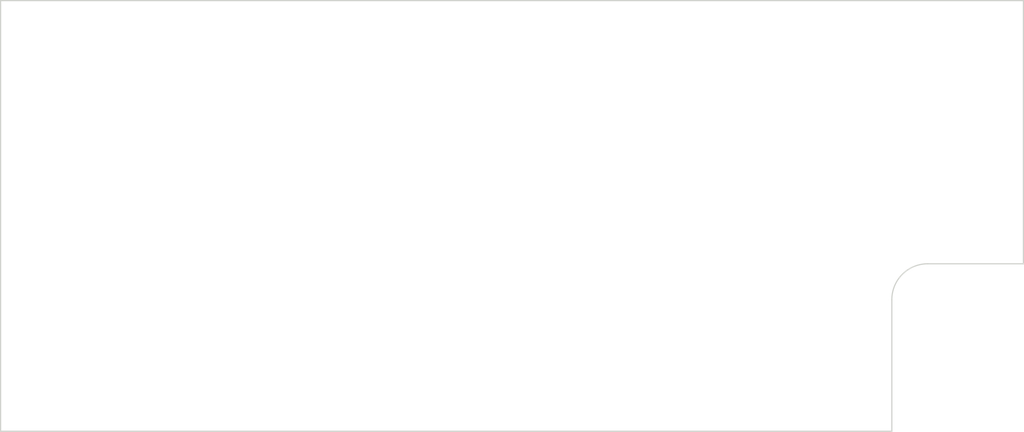
<source format=kicad_pcb>
(kicad_pcb (version 20211014) (generator pcbnew)

  (general
    (thickness 1.6)
  )

  (paper "A5")
  (title_block
    (title "Siedle NG 402-01")
    (date "2022-03-27")
    (rev "1")
    (company "Julian Heinzel")
    (comment 1 "Creative Commons Attribution 4.0 International (or later)")
  )

  (layers
    (0 "F.Cu" signal)
    (31 "B.Cu" signal)
    (32 "B.Adhes" user "B.Adhesive")
    (33 "F.Adhes" user "F.Adhesive")
    (34 "B.Paste" user)
    (35 "F.Paste" user)
    (36 "B.SilkS" user "B.Silkscreen")
    (37 "F.SilkS" user "F.Silkscreen")
    (38 "B.Mask" user)
    (39 "F.Mask" user)
    (40 "Dwgs.User" user "User.Drawings")
    (41 "Cmts.User" user "User.Comments")
    (42 "Eco1.User" user "User.Eco1")
    (43 "Eco2.User" user "User.Eco2")
    (44 "Edge.Cuts" user)
    (45 "Margin" user)
    (46 "B.CrtYd" user "B.Courtyard")
    (47 "F.CrtYd" user "F.Courtyard")
    (48 "B.Fab" user)
    (49 "F.Fab" user)
    (50 "User.1" user "Nutzer.1")
    (51 "User.2" user "Nutzer.2")
    (52 "User.3" user "Nutzer.3")
    (53 "User.4" user "Nutzer.4")
    (54 "User.5" user "Nutzer.5")
    (55 "User.6" user "Nutzer.6")
    (56 "User.7" user "Nutzer.7")
    (57 "User.8" user "Nutzer.8")
    (58 "User.9" user "Nutzer.9")
  )

  (setup
    (pad_to_mask_clearance 0)
    (pcbplotparams
      (layerselection 0x00010fc_ffffffff)
      (disableapertmacros false)
      (usegerberextensions false)
      (usegerberattributes true)
      (usegerberadvancedattributes true)
      (creategerberjobfile true)
      (svguseinch false)
      (svgprecision 6)
      (excludeedgelayer true)
      (plotframeref false)
      (viasonmask false)
      (mode 1)
      (useauxorigin false)
      (hpglpennumber 1)
      (hpglpenspeed 20)
      (hpglpendiameter 15.000000)
      (dxfpolygonmode true)
      (dxfimperialunits true)
      (dxfusepcbnewfont true)
      (psnegative false)
      (psa4output false)
      (plotreference true)
      (plotvalue true)
      (plotinvisibletext false)
      (sketchpadsonfab false)
      (subtractmaskfromsilk false)
      (outputformat 1)
      (mirror false)
      (drillshape 1)
      (scaleselection 1)
      (outputdirectory "")
    )
  )

  (net 0 "")

  (gr_line (start 135.5 50) (end 135.5 72) (layer "Edge.Cuts") (width 0.1) (tstamp 083e1a17-4d2b-41f4-9f1b-ca7db66d10c6))
  (gr_line (start 135.5 72) (end 127.5 72) (layer "Edge.Cuts") (width 0.1) (tstamp 25b61c92-3315-4800-8495-82c6c5c4f472))
  (gr_arc (start 124.5 75) (mid 125.37868 72.87868) (end 127.5 72) (layer "Edge.Cuts") (width 0.1) (tstamp 281bf788-297f-4dd2-ac85-7805ff2ce64a))
  (gr_line (start 124.5 86) (end 124.5 75) (layer "Edge.Cuts") (width 0.1) (tstamp 52aa4775-b499-4300-a415-65cd614bc4ca))
  (gr_line (start 50 50) (end 50 86) (layer "Edge.Cuts") (width 0.1) (tstamp 54d50405-241d-4e78-88f6-83e047880581))
  (gr_line (start 50 86) (end 124.5 86) (layer "Edge.Cuts") (width 0.1) (tstamp 5b17d47a-a4a2-4ddf-966a-e6b5821094ec))
  (gr_line (start 50 50) (end 135.5 50) (layer "Edge.Cuts") (width 0.1) (tstamp 7850e091-0fbf-4f7c-a328-cd019df441e0))

)

</source>
